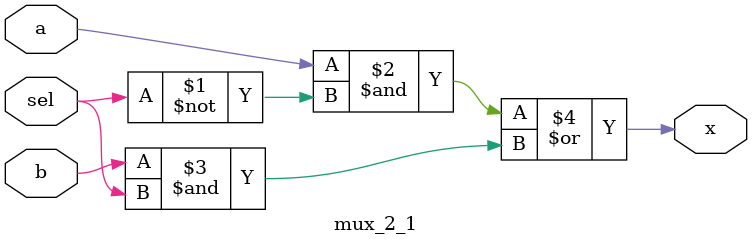
<source format=v>
module mux_2_1 (
    input wire a,
    input wire b,
    input wire sel,

    output wire x
);
    
    assign x = (a&(~sel))|(b&sel);

endmodule
</source>
